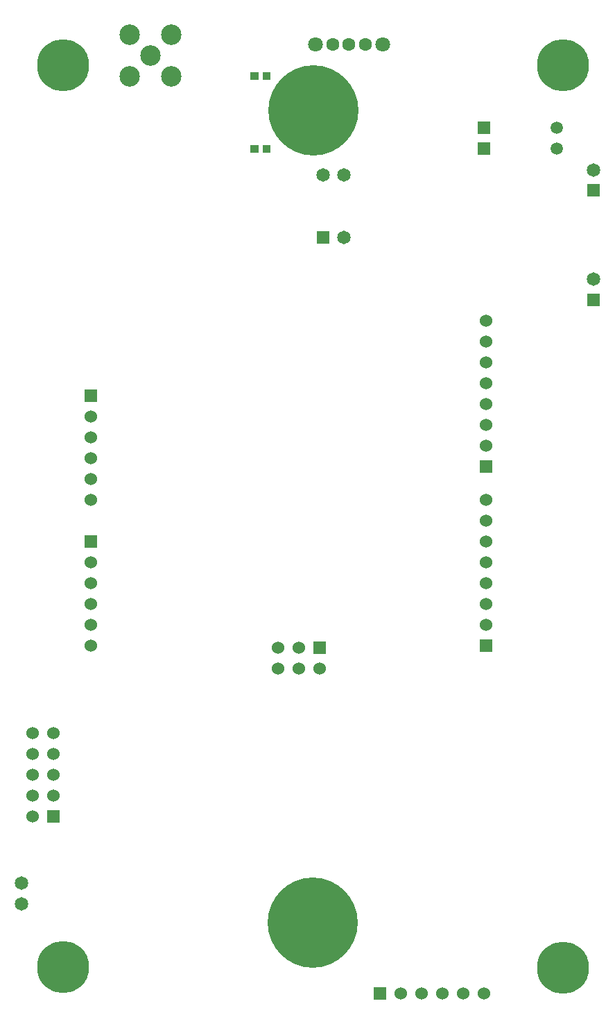
<source format=gbs>
G04 CAM350 V10.0 (Build 275) Date:  Sat Sep 14 14:12:12 2013 *
G04 Database: (Untitled) *
G04 Layer 5: SABOTEN-MB.PHO *
%FSLAX25Y25*%
%MOIN*%
%SFA1.000B1.000*%

%MIA0B0*%
%IPPOS*%
%ADD17R,0.03500X0.03500*%
%ADD19C,0.25000*%
%ADD21C,0.06500*%
%ADD25R,0.06000X0.06000*%
%ADD26C,0.06000*%
%ADD41R,0.06496X0.06496*%
%ADD42C,0.06496*%
%ADD60R,0.05906X0.05906*%
%ADD61C,0.05906*%
%ADD64C,0.09843*%
%ADD65C,0.06299*%
%ADD68C,0.07087*%
%ADD87C,0.43307*%
%LNSABOTEN-MB.PHO*%
%LPD*%
G54D19*
X297508Y31134D03*
X57108Y31234D03*
X57208Y464334D03*
X297408Y464434D03*
G54D21*
X37108Y71734D03*
Y61734D03*
G54D25*
X52608Y103734D03*
X180408Y184734D03*
X70608Y305734D03*
X260608Y271734D03*
X70608Y235734D03*
X260608Y185734D03*
X209608Y18734D03*
G54D26*
X42608Y103734D03*
X52608Y113734D03*
X42608D03*
X52608Y123734D03*
X42608D03*
X52608Y133734D03*
X42608D03*
X52608Y143734D03*
X42608D03*
X180408Y174734D03*
X170408Y184734D03*
Y174734D03*
X160408Y184734D03*
Y174734D03*
X70608Y295734D03*
Y285734D03*
Y275734D03*
Y265734D03*
Y255734D03*
X260608Y281734D03*
Y291734D03*
Y301734D03*
Y311734D03*
Y321734D03*
Y331734D03*
Y341734D03*
X70608Y225734D03*
Y215734D03*
Y205734D03*
Y195734D03*
Y185734D03*
X260608Y195734D03*
Y205734D03*
Y215734D03*
Y225734D03*
Y235734D03*
Y245734D03*
Y255734D03*
X219608Y18734D03*
X229608D03*
X239608D03*
X249608D03*
X259608D03*
G54D41*
X312108Y351734D03*
Y404234D03*
X182108Y381734D03*
G54D42*
X312108Y361577D03*
Y414077D03*
X192108Y381734D03*
Y411734D03*
X182108D03*
G54D60*
X259588Y424234D03*
Y434234D03*
G54D61*
X294628Y424234D03*
Y434234D03*
G54D64*
X99153Y469147D03*
X89153Y459147D03*
X109153D03*
X89153Y479147D03*
X109153D03*
G54D65*
X186734Y474234D03*
X194608D03*
X202482D03*
G54D68*
X210750D03*
X178466D03*
G54D87*
X177408Y442634D03*
X177308Y52734D03*
G54D17*
X155208Y424234D02*
G01X154808D01*
X149408D02*
G01X149008D01*
X155208Y459234D02*
G01X154808D01*
X149408D02*
G01X149008D01*
M02*

</source>
